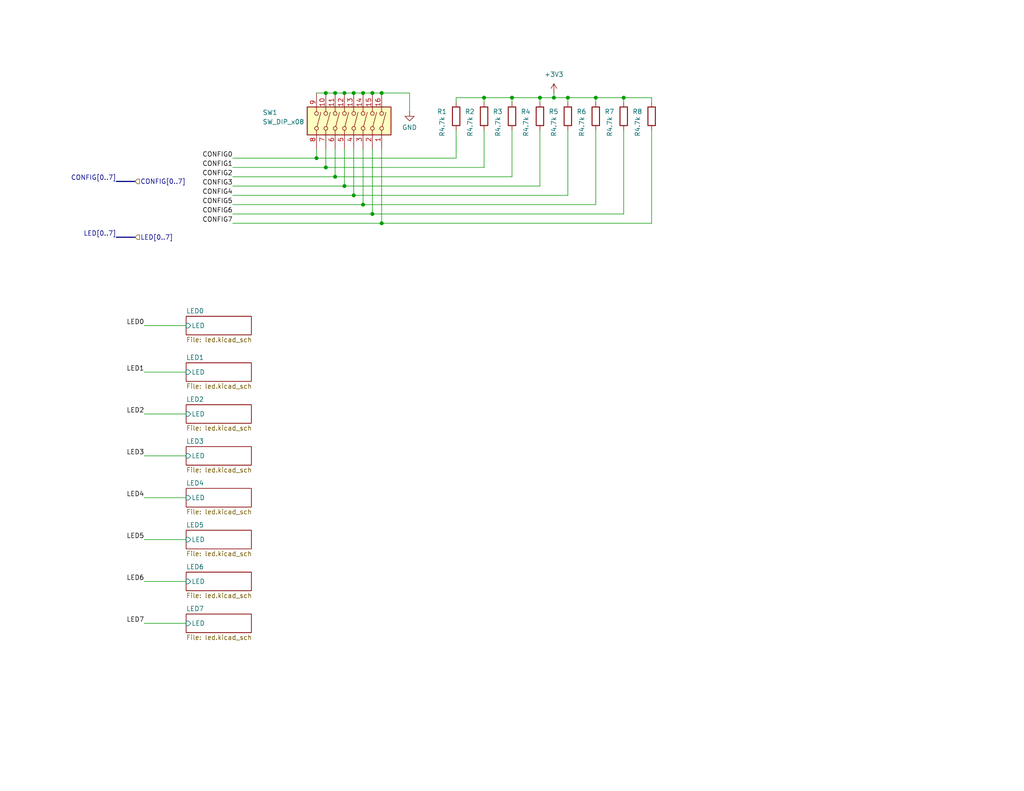
<source format=kicad_sch>
(kicad_sch (version 20250114) (generator "eeschema") (generator_version "9.0")
  (paper "USLetter")
  (title_block (title "LVDS Raspberry Pi Hat for KR260") (date "2025-03-20") (rev "1") (company "MIT") (comment 1 "Noah Paladino"))
  (lib_symbols
    (symbol "Device:R" (pin_numbers (hide yes)) (pin_names (offset 0))
      (property "Reference" "R" (at 2.032 0 90))
      (property "Value" "R" (at 0 0 90))
      (symbol "R_0_1"
        (rectangle (start -1.016 -2.54) (end 1.016 2.54) (stroke (width 0.254)))
      )
      (symbol "R_1_1"
        (pin passive line (at 0 3.81 270) (length 1.27) (name "~") (number "1"))
        (pin passive line (at 0 -3.81 90) (length 1.27) (name "~") (number "2"))
      )
    )
    (symbol "Switch:SW_DIP_x08" (pin_names (offset 0) (hide yes))
      (property "Reference" "SW" (at 0 13.97 0))
      (property "Value" "SW_DIP_x08" (at 0 -11.43 0))
      (symbol "SW_DIP_x08_0_0"
        (circle (center -2.032 10.16) (radius 0.508))
        (circle (center -2.032 7.62) (radius 0.508))
        (circle (center -2.032 5.08) (radius 0.508))
        (circle (center -2.032 2.54) (radius 0.508))
        (circle (center -2.032 0) (radius 0.508))
        (circle (center -2.032 -2.54) (radius 0.508))
        (circle (center -2.032 -5.08) (radius 0.508))
        (circle (center -2.032 -7.62) (radius 0.508))
        (polyline (pts (xy -1.524 10.287) (xy 2.3622 11.3284)))
        (polyline (pts (xy -1.524 7.747) (xy 2.3622 8.7884)))
        (polyline (pts (xy -1.524 5.207) (xy 2.3622 6.2484)))
        (polyline (pts (xy -1.524 2.667) (xy 2.3622 3.7084)))
        (polyline (pts (xy -1.524 0.127) (xy 2.3622 1.1684)))
        (polyline (pts (xy -1.524 -2.3876) (xy 2.3622 -1.3462)))
        (polyline (pts (xy -1.524 -4.9276) (xy 2.3622 -3.8862)))
        (polyline (pts (xy -1.524 -7.4676) (xy 2.3622 -6.4262)))
        (circle (center 2.032 10.16) (radius 0.508))
        (circle (center 2.032 7.62) (radius 0.508))
        (circle (center 2.032 5.08) (radius 0.508))
        (circle (center 2.032 2.54) (radius 0.508))
        (circle (center 2.032 0) (radius 0.508))
        (circle (center 2.032 -2.54) (radius 0.508))
        (circle (center 2.032 -5.08) (radius 0.508))
        (circle (center 2.032 -7.62) (radius 0.508))
      )
      (symbol "SW_DIP_x08_0_1"
        (rectangle (start -3.81 12.7) (end 3.81 -10.16) (stroke (width 0.254)) (fill (type background)))
      )
      (symbol "SW_DIP_x08_1_1"
        (pin passive line (at -7.62 10.16 0) (length 5.08) (name "~") (number "1"))
        (pin passive line (at -7.62 7.62 0) (length 5.08) (name "~") (number "2"))
        (pin passive line (at -7.62 5.08 0) (length 5.08) (name "~") (number "3"))
        (pin passive line (at -7.62 2.54 0) (length 5.08) (name "~") (number "4"))
        (pin passive line (at -7.62 0 0) (length 5.08) (name "~") (number "5"))
        (pin passive line (at -7.62 -2.54 0) (length 5.08) (name "~") (number "6"))
        (pin passive line (at -7.62 -5.08 0) (length 5.08) (name "~") (number "7"))
        (pin passive line (at -7.62 -7.62 0) (length 5.08) (name "~") (number "8"))
        (pin passive line (at 7.62 10.16 180) (length 5.08) (name "~") (number "16"))
        (pin passive line (at 7.62 7.62 180) (length 5.08) (name "~") (number "15"))
        (pin passive line (at 7.62 5.08 180) (length 5.08) (name "~") (number "14"))
        (pin passive line (at 7.62 2.54 180) (length 5.08) (name "~") (number "13"))
        (pin passive line (at 7.62 0 180) (length 5.08) (name "~") (number "12"))
        (pin passive line (at 7.62 -2.54 180) (length 5.08) (name "~") (number "11"))
        (pin passive line (at 7.62 -5.08 180) (length 5.08) (name "~") (number "10"))
        (pin passive line (at 7.62 -7.62 180) (length 5.08) (name "~") (number "9"))
      )
    )
    (symbol "power:+3V3" (power) (pin_numbers (hide yes)) (pin_names (offset 0) (hide yes))
      (property "Value" "+3V3" (at 0 3.556 0))
      (symbol "+3V3_0_1"
        (polyline (pts (xy -0.762 1.27) (xy 0 2.54)))
        (polyline (pts (xy 0 2.54) (xy 0.762 1.27)))
        (polyline (pts (xy 0 0) (xy 0 2.54)))
      )
      (symbol "+3V3_1_1"
        (pin power_in line (at 0 0 90) (length 0) (name "~") (number "1"))
      )
    )
    (symbol "power:GND" (power) (pin_numbers (hide yes)) (pin_names (offset 0) (hide yes))
      (property "Value" "GND" (at 0 -3.81 0))
      (symbol "GND_0_1"
        (polyline (pts (xy 0 0) (xy 0 -1.27) (xy 1.27 -1.27) (xy 0 -2.54) (xy -1.27 -1.27) (xy 0 -1.27)))
      )
      (symbol "GND_1_1"
        (pin power_in line (at 0 0 270) (length 0) (name "~") (number "1"))
      )
    )
  )
  (junction (at 88.9 45.72))
  (junction (at 99.06 25.4))
  (junction (at 147.32 26.67))
  (junction (at 132.08 26.67))
  (junction (at 91.44 48.26))
  (junction (at 154.94 26.67))
  (junction (at 96.52 53.34))
  (junction (at 86.36 43.18))
  (junction (at 101.6 25.4))
  (junction (at 91.44 25.4))
  (junction (at 170.18 26.67))
  (junction (at 88.9 25.4))
  (junction (at 93.98 50.8))
  (junction (at 104.14 25.4))
  (junction (at 101.6 58.42))
  (junction (at 139.7 26.67))
  (junction (at 96.52 25.4))
  (junction (at 99.06 55.88))
  (junction (at 162.56 26.67))
  (junction (at 151.13 26.67))
  (junction (at 93.98 25.4))
  (junction (at 104.14 60.96))
  (wire (pts (xy 139.7 26.67) (xy 132.08 26.67)))
  (wire (pts (xy 39.37 124.46) (xy 50.8 124.46)))
  (wire (pts (xy 99.06 55.88) (xy 162.56 55.88)))
  (wire (pts (xy 151.13 25.4) (xy 151.13 26.67)))
  (wire (pts (xy 170.18 26.67) (xy 170.18 27.94)))
  (wire (pts (xy 93.98 25.4) (xy 96.52 25.4)))
  (wire (pts (xy 86.36 25.4) (xy 88.9 25.4)))
  (wire (pts (xy 104.14 40.64) (xy 104.14 60.96)))
  (wire (pts (xy 132.08 35.56) (xy 132.08 45.72)))
  (wire (pts (xy 132.08 26.67) (xy 124.46 26.67)))
  (wire (pts (xy 154.94 26.67) (xy 151.13 26.67)))
  (wire (pts (xy 101.6 25.4) (xy 104.14 25.4)))
  (wire (pts (xy 147.32 35.56) (xy 147.32 50.8)))
  (wire (pts (xy 162.56 35.56) (xy 162.56 55.88)))
  (wire (pts (xy 39.37 135.89) (xy 50.8 135.89)))
  (wire (pts (xy 96.52 25.4) (xy 99.06 25.4)))
  (wire (pts (xy 63.5 48.26) (xy 91.44 48.26)))
  (wire (pts (xy 154.94 35.56) (xy 154.94 53.34)))
  (wire (pts (xy 39.37 101.6) (xy 50.8 101.6)))
  (wire (pts (xy 39.37 170.18) (xy 50.8 170.18)))
  (wire (pts (xy 170.18 26.67) (xy 162.56 26.67)))
  (wire (pts (xy 63.5 53.34) (xy 96.52 53.34)))
  (bus (pts (xy 31.75 49.53) (xy 36.83 49.53)))
  (wire (pts (xy 63.5 58.42) (xy 101.6 58.42)))
  (wire (pts (xy 101.6 58.42) (xy 170.18 58.42)))
  (wire (pts (xy 86.36 40.64) (xy 86.36 43.18)))
  (wire (pts (xy 104.14 25.4) (xy 111.76 25.4)))
  (wire (pts (xy 91.44 48.26) (xy 139.7 48.26)))
  (wire (pts (xy 91.44 25.4) (xy 93.98 25.4)))
  (wire (pts (xy 139.7 27.94) (xy 139.7 26.67)))
  (wire (pts (xy 101.6 40.64) (xy 101.6 58.42)))
  (wire (pts (xy 132.08 26.67) (xy 132.08 27.94)))
  (wire (pts (xy 63.5 43.18) (xy 86.36 43.18)))
  (wire (pts (xy 154.94 26.67) (xy 154.94 27.94)))
  (wire (pts (xy 170.18 35.56) (xy 170.18 58.42)))
  (wire (pts (xy 177.8 27.94) (xy 177.8 26.67)))
  (wire (pts (xy 91.44 40.64) (xy 91.44 48.26)))
  (wire (pts (xy 111.76 30.48) (xy 111.76 25.4)))
  (wire (pts (xy 86.36 43.18) (xy 124.46 43.18)))
  (wire (pts (xy 151.13 26.67) (xy 147.32 26.67)))
  (wire (pts (xy 162.56 26.67) (xy 154.94 26.67)))
  (bus (pts (xy 31.75 64.77) (xy 36.83 64.77)))
  (wire (pts (xy 96.52 53.34) (xy 154.94 53.34)))
  (wire (pts (xy 93.98 50.8) (xy 147.32 50.8)))
  (wire (pts (xy 99.06 25.4) (xy 101.6 25.4)))
  (wire (pts (xy 99.06 40.64) (xy 99.06 55.88)))
  (wire (pts (xy 63.5 60.96) (xy 104.14 60.96)))
  (wire (pts (xy 39.37 88.9) (xy 50.8 88.9)))
  (wire (pts (xy 39.37 113.03) (xy 50.8 113.03)))
  (wire (pts (xy 96.52 40.64) (xy 96.52 53.34)))
  (wire (pts (xy 39.37 158.75) (xy 50.8 158.75)))
  (wire (pts (xy 139.7 35.56) (xy 139.7 48.26)))
  (wire (pts (xy 124.46 27.94) (xy 124.46 26.67)))
  (wire (pts (xy 63.5 50.8) (xy 93.98 50.8)))
  (wire (pts (xy 177.8 26.67) (xy 170.18 26.67)))
  (wire (pts (xy 88.9 45.72) (xy 132.08 45.72)))
  (wire (pts (xy 104.14 60.96) (xy 177.8 60.96)))
  (wire (pts (xy 177.8 35.56) (xy 177.8 60.96)))
  (wire (pts (xy 147.32 26.67) (xy 139.7 26.67)))
  (wire (pts (xy 88.9 40.64) (xy 88.9 45.72)))
  (wire (pts (xy 147.32 26.67) (xy 147.32 27.94)))
  (wire (pts (xy 39.37 147.32) (xy 50.8 147.32)))
  (wire (pts (xy 63.5 55.88) (xy 99.06 55.88)))
  (wire (pts (xy 63.5 45.72) (xy 88.9 45.72)))
  (wire (pts (xy 93.98 40.64) (xy 93.98 50.8)))
  (wire (pts (xy 162.56 26.67) (xy 162.56 27.94)))
  (wire (pts (xy 124.46 35.56) (xy 124.46 43.18)))
  (wire (pts (xy 88.9 25.4) (xy 91.44 25.4)))
  (label "LED6" (at 39.37 158.75 180))
  (label "LED5" (at 39.37 147.32 180))
  (label "CONFIG3" (at 63.5 50.8 180))
  (label "LED7" (at 39.37 170.18 180))
  (label "CONFIG7" (at 63.5 60.96 180))
  (label "LED3" (at 39.37 124.46 180))
  (label "CONFIG1" (at 63.5 45.72 180))
  (label "CONFIG0" (at 63.5 43.18 180))
  (label "CONFIG[0..7]" (at 31.75 49.53 180))
  (label "CONFIG2" (at 63.5 48.26 180))
  (label "LED4" (at 39.37 135.89 180))
  (label "CONFIG6" (at 63.5 58.42 180))
  (label "CONFIG4" (at 63.5 53.34 180))
  (label "LED1" (at 39.37 101.6 180))
  (label "LED0" (at 39.37 88.9 180))
  (label "CONFIG5" (at 63.5 55.88 180))
  (label "LED[0..7]" (at 31.75 64.77 180))
  (label "LED2" (at 39.37 113.03 180))
  (hierarchical_label "CONFIG[0..7]" (shape input) (at 36.83 49.53 0))
  (hierarchical_label "LED[0..7]" (shape input) (at 36.83 64.77 0))
  (symbol (lib_id "power:GND") (at 111.76 30.48 0) (unit 1)
    (property "Reference" "#PWR010" (effects (hide yes)))
    (property "Value" "GND" (at 113.792 34.798 0) (effects (justify right)))
    (property "Description" "Power symbol creates a global label with name \"GND\" , ground" (effects (hide yes)))
  )
  (symbol (lib_id "Switch:SW_DIP_x08") (at 93.98 33.02 270) (mirror x) (unit 1)
    (property "Reference" "SW1" (at 71.628 30.734 90) (effects (justify left)))
    (property "Value" "SW_DIP_x08" (at 71.628 33.274 90) (effects (justify left)))
    (property "Footprint" "219_8LPST:219-8LPST_CTS-M" (effects (hide yes)))
    (property "Description" "8x DIP Switch, Single Pole Single Throw (SPST) switch, small symbol" (effects (hide yes)))
  )
  (symbol (lib_id "Device:R") (at 124.46 31.75 0) (mirror y) (unit 1)
    (property "Reference" "R1" (at 121.92 30.4799 0) (effects (justify left)))
    (property "Value" "R4.7k" (at 120.65 37.338 90) (effects (justify left)))
    (property "Footprint" "Resistor_SMD:R_0402_1005Metric_Pad0.72x0.64mm_HandSolder" (effects (hide yes)))
    (property "Description" "Resistor" (effects (hide yes)))
  )
  (symbol (lib_id "Device:R") (at 147.32 31.75 0) (mirror y) (unit 1)
    (property "Reference" "R4" (at 144.78 30.4799 0) (effects (justify left)))
    (property "Value" "R4.7k" (at 143.51 37.338 90) (effects (justify left)))
    (property "Footprint" "Resistor_SMD:R_0402_1005Metric_Pad0.72x0.64mm_HandSolder" (effects (hide yes)))
    (property "Description" "Resistor" (effects (hide yes)))
  )
  (symbol (lib_id "Device:R") (at 162.56 31.75 0) (mirror y) (unit 1)
    (property "Reference" "R6" (at 160.02 30.4799 0) (effects (justify left)))
    (property "Value" "R4.7k" (at 158.75 37.338 90) (effects (justify left)))
    (property "Footprint" "Resistor_SMD:R_0402_1005Metric_Pad0.72x0.64mm_HandSolder" (effects (hide yes)))
    (property "Description" "Resistor" (effects (hide yes)))
  )
  (symbol (lib_id "power:+3V3") (at 151.13 25.4 0) (unit 1)
    (property "Reference" "#PWR011" (effects (hide yes)))
    (property "Value" "+3V3" (at 151.13 20.32 0))
    (property "Description" "Power symbol creates a global label with name \"+3V3\"" (effects (hide yes)))
  )
  (symbol (lib_id "Device:R") (at 170.18 31.75 0) (mirror y) (unit 1)
    (property "Reference" "R7" (at 167.64 30.4799 0) (effects (justify left)))
    (property "Value" "R4.7k" (at 166.37 37.338 90) (effects (justify left)))
    (property "Footprint" "Resistor_SMD:R_0402_1005Metric_Pad0.72x0.64mm_HandSolder" (effects (hide yes)))
    (property "Description" "Resistor" (effects (hide yes)))
  )
  (symbol (lib_id "Device:R") (at 139.7 31.75 0) (mirror y) (unit 1)
    (property "Reference" "R3" (at 137.16 30.4799 0) (effects (justify left)))
    (property "Value" "R4.7k" (at 135.89 37.338 90) (effects (justify left)))
    (property "Footprint" "Resistor_SMD:R_0402_1005Metric_Pad0.72x0.64mm_HandSolder" (effects (hide yes)))
    (property "Description" "Resistor" (effects (hide yes)))
  )
  (symbol (lib_id "Device:R") (at 154.94 31.75 0) (mirror y) (unit 1)
    (property "Reference" "R5" (at 152.4 30.4799 0) (effects (justify left)))
    (property "Value" "R4.7k" (at 151.13 37.338 90) (effects (justify left)))
    (property "Footprint" "Resistor_SMD:R_0402_1005Metric_Pad0.72x0.64mm_HandSolder" (effects (hide yes)))
    (property "Description" "Resistor" (effects (hide yes)))
  )
  (symbol (lib_id "Device:R") (at 177.8 31.75 0) (mirror y) (unit 1)
    (property "Reference" "R8" (at 175.26 30.4799 0) (effects (justify left)))
    (property "Value" "R4.7k" (at 173.99 37.338 90) (effects (justify left)))
    (property "Footprint" "Resistor_SMD:R_0402_1005Metric_Pad0.72x0.64mm_HandSolder" (effects (hide yes)))
    (property "Description" "Resistor" (effects (hide yes)))
  )
  (symbol (lib_id "Device:R") (at 132.08 31.75 0) (mirror y) (unit 1)
    (property "Reference" "R2" (at 129.54 30.4799 0) (effects (justify left)))
    (property "Value" "R4.7k" (at 128.27 37.338 90) (effects (justify left)))
    (property "Footprint" "Resistor_SMD:R_0402_1005Metric_Pad0.72x0.64mm_HandSolder" (effects (hide yes)))
    (property "Description" "Resistor" (effects (hide yes)))
  )
  (sheet (at 50.8 144.78) (size 17.78 5.08) (stroke (width 0.1524))
    (property "Sheetname" "LED5" (at 50.8 144.0684 0) (effects (justify left bottom)))
    (property "Sheetfile" "led.kicad_sch" (at 50.8 150.4446 0) (effects (justify left top)))
    (pin "LED" input (at 50.8 147.32 180))
  )
  (sheet (at 50.8 99.06) (size 17.78 5.08) (stroke (width 0.1524))
    (property "Sheetname" "LED1" (at 50.8 98.3484 0) (effects (justify left bottom)))
    (property "Sheetfile" "led.kicad_sch" (at 50.8 104.7246 0) (effects (justify left top)))
    (pin "LED" input (at 50.8 101.6 180))
  )
  (sheet (at 50.8 167.64) (size 17.78 5.08) (stroke (width 0.1524))
    (property "Sheetname" "LED7" (at 50.8 166.9284 0) (effects (justify left bottom)))
    (property "Sheetfile" "led.kicad_sch" (at 50.8 173.3046 0) (effects (justify left top)))
    (pin "LED" input (at 50.8 170.18 180))
  )
  (sheet (at 50.8 121.92) (size 17.78 5.08) (stroke (width 0.1524))
    (property "Sheetname" "LED3" (at 50.8 121.2084 0) (effects (justify left bottom)))
    (property "Sheetfile" "led.kicad_sch" (at 50.8 127.5846 0) (effects (justify left top)))
    (pin "LED" input (at 50.8 124.46 180))
  )
  (sheet (at 50.8 86.36) (size 17.78 5.08) (stroke (width 0.1524))
    (property "Sheetname" "LED0" (at 50.8 85.6484 0) (effects (justify left bottom)))
    (property "Sheetfile" "led.kicad_sch" (at 50.8 92.0246 0) (effects (justify left top)))
    (pin "LED" input (at 50.8 88.9 180))
  )
  (sheet (at 50.8 156.21) (size 17.78 5.08) (stroke (width 0.1524))
    (property "Sheetname" "LED6" (at 50.8 155.4984 0) (effects (justify left bottom)))
    (property "Sheetfile" "led.kicad_sch" (at 50.8 161.8746 0) (effects (justify left top)))
    (pin "LED" input (at 50.8 158.75 180))
  )
  (sheet (at 50.8 133.35) (size 17.78 5.08) (stroke (width 0.1524))
    (property "Sheetname" "LED4" (at 50.8 132.6384 0) (effects (justify left bottom)))
    (property "Sheetfile" "led.kicad_sch" (at 50.8 139.0146 0) (effects (justify left top)))
    (pin "LED" input (at 50.8 135.89 180))
  )
  (sheet (at 50.8 110.49) (size 17.78 5.08) (stroke (width 0.1524))
    (property "Sheetname" "LED2" (at 50.8 109.7784 0) (effects (justify left bottom)))
    (property "Sheetfile" "led.kicad_sch" (at 50.8 116.1546 0) (effects (justify left top)))
    (pin "LED" input (at 50.8 113.03 180))
  )
)
</source>
